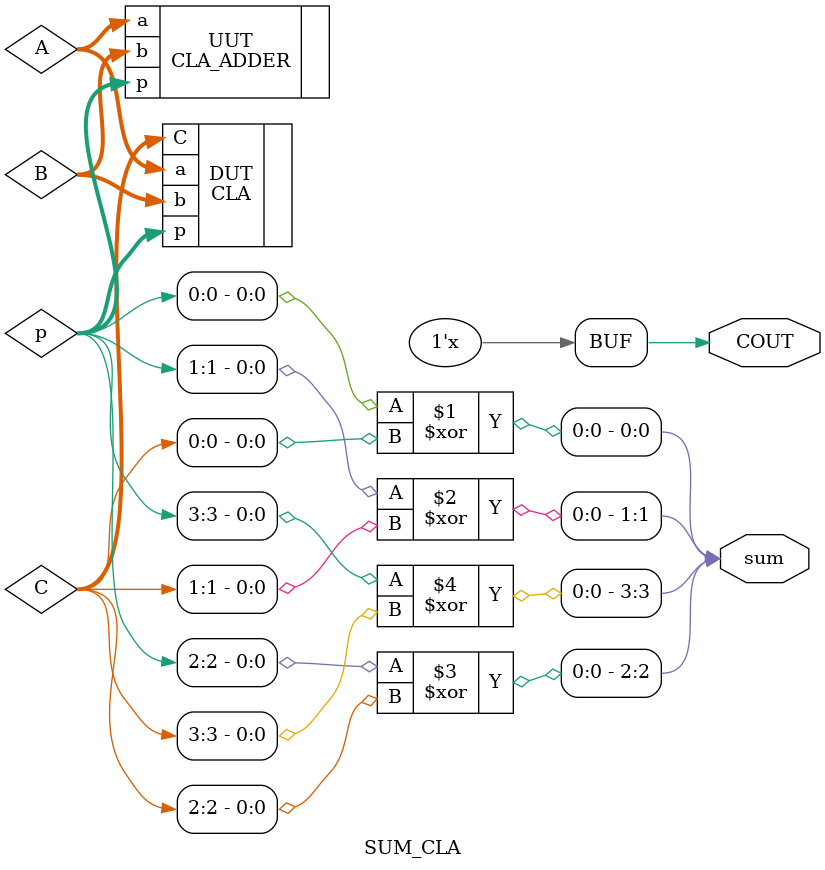
<source format=v>
`timescale 1ns / 1ps



module SUM_CLA(
    output COUT,
    output [4:0] sum

    );


    reg [3:0] p;
    reg [3:0] C;
    reg [3:0] A;
    reg [3:0] B;


CLA_ADDER UUT(
      .p(p),    
      .a(A),
      .b(B)
    );
    
CLA DUT(
    .p(p),    
    .a(A),
    .b(B),
    .C(C)
        

);

//always @(p,C);
begin

assign sum[0] = p[0]^C[0];
assign sum[1] = p[1]^C[1];
assign sum[2] = p[2]^C[2];
assign sum[3] = p[3]^C[3];

assign COUT = C[4];








end
endmodule

</source>
